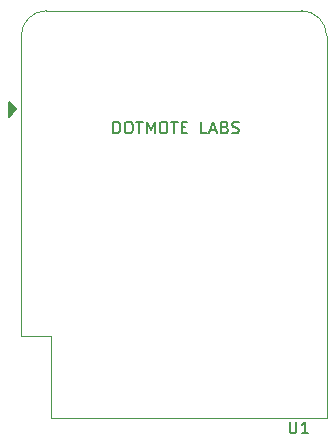
<source format=gbr>
G04 #@! TF.GenerationSoftware,KiCad,Pcbnew,(5.1.0-0)*
G04 #@! TF.CreationDate,2019-06-12T19:17:28-07:00*
G04 #@! TF.ProjectId,d1_mini_lite_sapflow_ti,64315f6d-696e-4695-9f6c-6974655f7361,rev?*
G04 #@! TF.SameCoordinates,Original*
G04 #@! TF.FileFunction,Legend,Top*
G04 #@! TF.FilePolarity,Positive*
%FSLAX46Y46*%
G04 Gerber Fmt 4.6, Leading zero omitted, Abs format (unit mm)*
G04 Created by KiCad (PCBNEW (5.1.0-0)) date 2019-06-12 19:17:28*
%MOMM*%
%LPD*%
G04 APERTURE LIST*
%ADD10C,0.150000*%
%ADD11C,0.120000*%
G04 APERTURE END LIST*
D10*
X132314285Y-115052380D02*
X132314285Y-114052380D01*
X132552380Y-114052380D01*
X132695238Y-114100000D01*
X132790476Y-114195238D01*
X132838095Y-114290476D01*
X132885714Y-114480952D01*
X132885714Y-114623809D01*
X132838095Y-114814285D01*
X132790476Y-114909523D01*
X132695238Y-115004761D01*
X132552380Y-115052380D01*
X132314285Y-115052380D01*
X133504761Y-114052380D02*
X133695238Y-114052380D01*
X133790476Y-114100000D01*
X133885714Y-114195238D01*
X133933333Y-114385714D01*
X133933333Y-114719047D01*
X133885714Y-114909523D01*
X133790476Y-115004761D01*
X133695238Y-115052380D01*
X133504761Y-115052380D01*
X133409523Y-115004761D01*
X133314285Y-114909523D01*
X133266666Y-114719047D01*
X133266666Y-114385714D01*
X133314285Y-114195238D01*
X133409523Y-114100000D01*
X133504761Y-114052380D01*
X134219047Y-114052380D02*
X134790476Y-114052380D01*
X134504761Y-115052380D02*
X134504761Y-114052380D01*
X135123809Y-115052380D02*
X135123809Y-114052380D01*
X135457142Y-114766666D01*
X135790476Y-114052380D01*
X135790476Y-115052380D01*
X136457142Y-114052380D02*
X136647619Y-114052380D01*
X136742857Y-114100000D01*
X136838095Y-114195238D01*
X136885714Y-114385714D01*
X136885714Y-114719047D01*
X136838095Y-114909523D01*
X136742857Y-115004761D01*
X136647619Y-115052380D01*
X136457142Y-115052380D01*
X136361904Y-115004761D01*
X136266666Y-114909523D01*
X136219047Y-114719047D01*
X136219047Y-114385714D01*
X136266666Y-114195238D01*
X136361904Y-114100000D01*
X136457142Y-114052380D01*
X137171428Y-114052380D02*
X137742857Y-114052380D01*
X137457142Y-115052380D02*
X137457142Y-114052380D01*
X138076190Y-114528571D02*
X138409523Y-114528571D01*
X138552380Y-115052380D02*
X138076190Y-115052380D01*
X138076190Y-114052380D01*
X138552380Y-114052380D01*
X140219047Y-115052380D02*
X139742857Y-115052380D01*
X139742857Y-114052380D01*
X140504761Y-114766666D02*
X140980952Y-114766666D01*
X140409523Y-115052380D02*
X140742857Y-114052380D01*
X141076190Y-115052380D01*
X141742857Y-114528571D02*
X141885714Y-114576190D01*
X141933333Y-114623809D01*
X141980952Y-114719047D01*
X141980952Y-114861904D01*
X141933333Y-114957142D01*
X141885714Y-115004761D01*
X141790476Y-115052380D01*
X141409523Y-115052380D01*
X141409523Y-114052380D01*
X141742857Y-114052380D01*
X141838095Y-114100000D01*
X141885714Y-114147619D01*
X141933333Y-114242857D01*
X141933333Y-114338095D01*
X141885714Y-114433333D01*
X141838095Y-114480952D01*
X141742857Y-114528571D01*
X141409523Y-114528571D01*
X142361904Y-115004761D02*
X142504761Y-115052380D01*
X142742857Y-115052380D01*
X142838095Y-115004761D01*
X142885714Y-114957142D01*
X142933333Y-114861904D01*
X142933333Y-114766666D01*
X142885714Y-114671428D01*
X142838095Y-114623809D01*
X142742857Y-114576190D01*
X142552380Y-114528571D01*
X142457142Y-114480952D01*
X142409523Y-114433333D01*
X142361904Y-114338095D01*
X142361904Y-114242857D01*
X142409523Y-114147619D01*
X142457142Y-114100000D01*
X142552380Y-114052380D01*
X142790476Y-114052380D01*
X142933333Y-114100000D01*
D11*
X127040000Y-139120000D02*
X150360000Y-139120000D01*
X124500000Y-132220000D02*
X124500000Y-106790000D01*
X150360000Y-139120000D02*
X150360000Y-106790000D01*
X148240000Y-104660000D02*
X126630000Y-104660000D01*
D10*
G36*
X123460000Y-112365000D02*
G01*
X123460000Y-113635000D01*
X124095000Y-113000000D01*
X123460000Y-112365000D01*
G37*
X123460000Y-112365000D02*
X123460000Y-113635000D01*
X124095000Y-113000000D01*
X123460000Y-112365000D01*
D11*
X124500000Y-132220000D02*
X127040000Y-132220000D01*
X127040000Y-132220000D02*
X127040000Y-139120000D01*
X124500000Y-106790000D02*
G75*
G02X126630000Y-104660000I2130000J0D01*
G01*
X148230000Y-104660000D02*
G75*
G02X150360000Y-106790000I0J-2130000D01*
G01*
D10*
X147238095Y-139452380D02*
X147238095Y-140261904D01*
X147285714Y-140357142D01*
X147333333Y-140404761D01*
X147428571Y-140452380D01*
X147619047Y-140452380D01*
X147714285Y-140404761D01*
X147761904Y-140357142D01*
X147809523Y-140261904D01*
X147809523Y-139452380D01*
X148809523Y-140452380D02*
X148238095Y-140452380D01*
X148523809Y-140452380D02*
X148523809Y-139452380D01*
X148428571Y-139595238D01*
X148333333Y-139690476D01*
X148238095Y-139738095D01*
M02*

</source>
